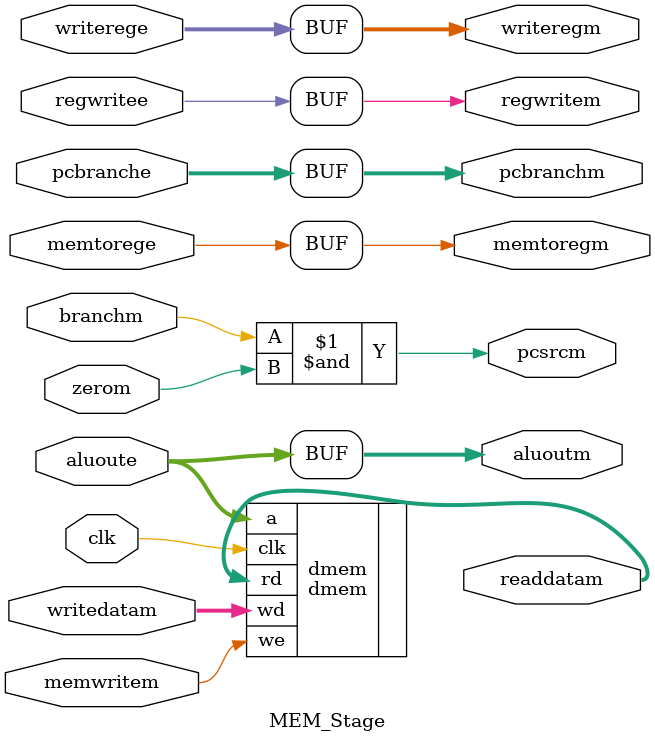
<source format=v>
`timescale 1ns / 1ps
/*
 * Harold Agnote
 * Professor Joshua Hayter
 * CECS 341 - Sec. 07
 * 3/23/2017
 * 
 * Lab 5 - MemStage
 */
module MEM_Stage(

                    clk,
                    regwritee,
                    memtorege,
                    memwritem,
                    branchm,
                    zerom,
                    aluoute,
                    writedatam,
                    writerege,
                    pcsrcm,
                    pcbranche,
                    regwritem,
                    memtoregm,
                    aluoutm,
                    readdatam,
                    writeregm,
                    pcbranchm
                    );
    
    input clk, regwritee, memtorege, memwritem, branchm, zerom;
    input [31:0] aluoute, pcbranche, writedatam;
    input [4:0]     writerege;
    output pcsrcm, regwritem, memtoregm;
    output [31:0] aluoutm, readdatam, pcbranchm;
    output [4:0] writeregm;
    
    assign  regwritem = regwritee, memtoregm = memtorege,
            pcsrcm =    branchm & zerom, aluoutm = aluoute,
            writeregm = writerege, pcbranchm = pcbranche;
            
    dmem dmem(  .clk(clk),
                .we(memwritem),
                .a(aluoutm),
                .wd(writedatam),
                .rd(readdatam));
endmodule

</source>
